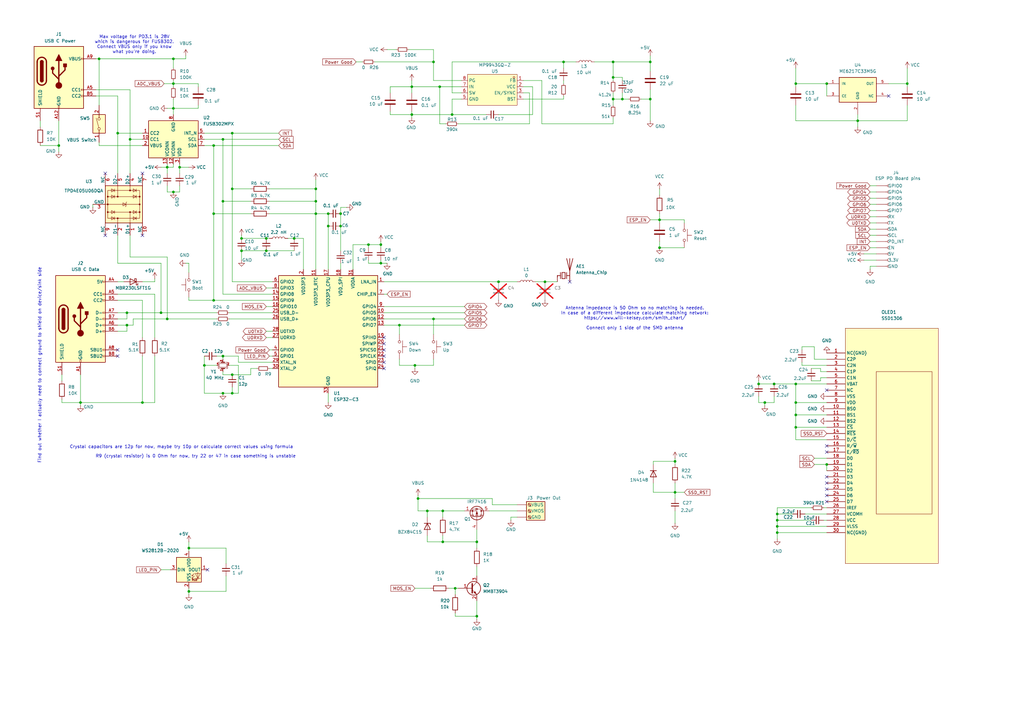
<source format=kicad_sch>
(kicad_sch (version 20231120) (generator "eeschema") (generator_version "8.0")
  (paper "A3")
  (title_block (title "ESP-PD Sink Board") (date "2024-06-16") (rev "1.0") (company "Okhsunrog"))
  (junction (at 52.07 133.35))
  (junction (at 77.47 224.79))
  (junction (at 186.69 241.3))
  (junction (at 318.77 210.82))
  (junction (at 129.54 87.63))
  (junction (at 109.22 97.79))
  (junction (at 68.58 68.58))
  (junction (at 109.22 102.87))
  (junction (at 95.25 161.29))
  (junction (at 326.39 175.26))
  (junction (at 266.7 40.64))
  (junction (at 276.86 189.23))
  (junction (at 223.52 115.57))
  (junction (at 180.34 35.56))
  (junction (at 326.39 165.1))
  (junction (at 251.46 40.64))
  (junction (at 66.04 128.27))
  (junction (at 156.21 107.95))
  (junction (at 171.45 204.47))
  (junction (at 276.86 201.93))
  (junction (at 151.13 100.33))
  (junction (at 52.07 128.27))
  (junction (at 255.27 40.64))
  (junction (at 48.26 54.61))
  (junction (at 313.69 165.1))
  (junction (at 129.54 77.47))
  (junction (at 91.44 57.15))
  (junction (at 77.47 242.57))
  (junction (at 129.54 82.55))
  (junction (at 317.5 157.48))
  (junction (at 99.06 97.79))
  (junction (at 266.7 25.4))
  (junction (at 177.8 130.81))
  (junction (at 175.26 209.55))
  (junction (at 68.58 130.81))
  (junction (at 139.7 92.71))
  (junction (at 71.12 34.29))
  (junction (at 339.09 190.5))
  (junction (at 185.42 46.99))
  (junction (at 168.91 35.56))
  (junction (at 163.83 133.35))
  (junction (at 339.09 34.29))
  (junction (at 372.11 34.29))
  (junction (at 83.82 149.86))
  (junction (at 139.7 87.63))
  (junction (at 326.39 170.18))
  (junction (at 71.12 24.13))
  (junction (at 95.25 77.47))
  (junction (at 33.02 165.1))
  (junction (at 168.91 46.99))
  (junction (at 91.44 82.55))
  (junction (at 326.39 34.29))
  (junction (at 91.44 146.05))
  (junction (at 231.14 25.4))
  (junction (at 326.39 157.48))
  (junction (at 251.46 25.4))
  (junction (at 318.77 213.36))
  (junction (at 87.63 59.69))
  (junction (at 134.62 87.63))
  (junction (at 181.61 209.55))
  (junction (at 270.51 90.17))
  (junction (at 251.46 31.75))
  (junction (at 120.65 97.79))
  (junction (at 311.15 157.48))
  (junction (at 95.25 54.61))
  (junction (at 177.8 25.4))
  (junction (at 156.21 100.33))
  (junction (at 73.66 68.58))
  (junction (at 181.61 222.25))
  (junction (at 195.58 252.73))
  (junction (at 204.47 115.57))
  (junction (at 318.77 215.9))
  (junction (at 58.42 165.1))
  (junction (at 318.77 218.44))
  (junction (at 270.51 101.6))
  (junction (at 40.64 24.13))
  (junction (at 71.12 44.45))
  (junction (at 53.34 57.15))
  (junction (at 170.18 149.86))
  (junction (at 195.58 222.25))
  (junction (at 351.79 49.53))
  (junction (at 99.06 102.87))
  (junction (at 87.63 123.19))
  (junction (at 87.63 87.63))
  (junction (at 71.12 78.74))
  (junction (at 91.44 161.29))
  (junction (at 24.13 59.69))
  (junction (at 134.62 92.71))
  (junction (at 95.25 153.67))
  (no_connect (at 233.68 115.57))
  (no_connect (at 157.48 138.43))
  (no_connect (at 157.48 146.05))
  (no_connect (at 43.18 71.12))
  (no_connect (at 43.18 96.52))
  (no_connect (at 339.09 203.2))
  (no_connect (at 157.48 143.51))
  (no_connect (at 157.48 148.59))
  (no_connect (at 339.09 160.02))
  (no_connect (at 339.09 185.42))
  (no_connect (at 339.09 200.66))
  (no_connect (at 85.09 233.68))
  (no_connect (at 58.42 71.12))
  (no_connect (at 48.26 143.51))
  (no_connect (at 339.09 198.12))
  (no_connect (at 339.09 195.58))
  (no_connect (at 58.42 96.52))
  (no_connect (at 339.09 182.88))
  (no_connect (at 339.09 205.74))
  (no_connect (at 157.48 140.97))
  (no_connect (at 48.26 146.05))
  (no_connect (at 364.49 39.37))
  (no_connect (at 157.48 151.13))
  (wire (pts (xy 110.49 143.51) (xy 111.76 143.51)))
  (wire (pts (xy 276.86 201.93) (xy 276.86 204.47)))
  (wire (pts (xy 326.39 34.29) (xy 326.39 35.56)))
  (wire (pts (xy 339.09 190.5) (xy 339.09 193.04)))
  (wire (pts (xy 48.26 115.57) (xy 50.8 115.57)))
  (wire (pts (xy 356.87 81.28) (xy 359.41 81.28)))
  (wire (pts (xy 160.02 46.99) (xy 160.02 45.72)))
  (wire (pts (xy 68.58 76.2) (xy 68.58 78.74)))
  (wire (pts (xy 129.54 87.63) (xy 129.54 110.49)))
  (wire (pts (xy 270.51 77.47) (xy 270.51 80.01)))
  (wire (pts (xy 318.77 218.44) (xy 318.77 220.98)))
  (wire (pts (xy 326.39 49.53) (xy 351.79 49.53)))
  (wire (pts (xy 144.78 110.49) (xy 144.78 100.33)))
  (wire (pts (xy 195.58 254) (xy 195.58 252.73)))
  (wire (pts (xy 134.62 161.29) (xy 134.62 165.1)))
  (wire (pts (xy 91.44 82.55) (xy 102.87 82.55)))
  (wire (pts (xy 318.77 213.36) (xy 318.77 215.9)))
  (wire (pts (xy 251.46 25.4) (xy 251.46 31.75)))
  (wire (pts (xy 76.2 24.13) (xy 71.12 24.13)))
  (wire (pts (xy 163.83 147.32) (xy 163.83 149.86)))
  (wire (pts (xy 68.58 68.58) (xy 68.58 71.12)))
  (wire (pts (xy 266.7 40.64) (xy 266.7 49.53)))
  (wire (pts (xy 40.64 24.13) (xy 71.12 24.13)))
  (wire (pts (xy 318.77 208.28) (xy 318.77 210.82)))
  (wire (pts (xy 175.26 209.55) (xy 171.45 209.55)))
  (wire (pts (xy 71.12 34.29) (xy 71.12 35.56)))
  (wire (pts (xy 95.25 161.29) (xy 91.44 161.29)))
  (wire (pts (xy 48.26 135.89) (xy 52.07 135.89)))
  (wire (pts (xy 177.8 147.32) (xy 177.8 149.86)))
  (wire (pts (xy 67.31 34.29) (xy 71.12 34.29)))
  (wire (pts (xy 129.54 87.63) (xy 134.62 87.63)))
  (wire (pts (xy 356.87 93.98) (xy 359.41 93.98)))
  (wire (pts (xy 168.91 48.26) (xy 168.91 46.99)))
  (wire (pts (xy 73.66 68.58) (xy 73.66 71.12)))
  (wire (pts (xy 180.34 50.8) (xy 180.34 35.56)))
  (wire (pts (xy 71.12 44.45) (xy 68.58 44.45)))
  (wire (pts (xy 326.39 165.1) (xy 326.39 170.18)))
  (wire (pts (xy 251.46 38.1) (xy 251.46 40.64)))
  (wire (pts (xy 83.82 146.05) (xy 83.82 149.86)))
  (wire (pts (xy 134.62 92.71) (xy 134.62 110.49)))
  (wire (pts (xy 276.86 209.55) (xy 276.86 214.63)))
  (wire (pts (xy 87.63 59.69) (xy 83.82 59.69)))
  (wire (pts (xy 25.4 163.83) (xy 25.4 165.1)))
  (wire (pts (xy 181.61 209.55) (xy 175.26 209.55)))
  (wire (pts (xy 326.39 175.26) (xy 326.39 180.34)))
  (wire (pts (xy 91.44 152.4) (xy 91.44 153.67)))
  (wire (pts (xy 53.34 105.41) (xy 68.58 105.41)))
  (wire (pts (xy 326.39 27.94) (xy 326.39 34.29)))
  (wire (pts (xy 201.93 207.01) (xy 212.09 207.01)))
  (wire (pts (xy 77.47 224.79) (xy 77.47 226.06)))
  (wire (pts (xy 317.5 162.56) (xy 317.5 165.1)))
  (wire (pts (xy 73.66 68.58) (xy 77.47 68.58)))
  (wire (pts (xy 109.22 135.89) (xy 111.76 135.89)))
  (wire (pts (xy 97.79 149.86) (xy 97.79 161.29)))
  (wire (pts (xy 356.87 101.6) (xy 359.41 101.6)))
  (wire (pts (xy 95.25 115.57) (xy 95.25 77.47)))
  (wire (pts (xy 110.49 151.13) (xy 111.76 151.13)))
  (wire (pts (xy 53.34 36.83) (xy 53.34 57.15)))
  (wire (pts (xy 356.87 96.52) (xy 359.41 96.52)))
  (wire (pts (xy 255.27 40.64) (xy 257.81 40.64)))
  (wire (pts (xy 177.8 130.81) (xy 177.8 137.16)))
  (wire (pts (xy 110.49 77.47) (xy 129.54 77.47)))
  (wire (pts (xy 63.5 146.05) (xy 63.5 165.1)))
  (wire (pts (xy 97.79 161.29) (xy 95.25 161.29)))
  (wire (pts (xy 318.77 215.9) (xy 339.09 215.9)))
  (wire (pts (xy 195.58 222.25) (xy 195.58 224.79)))
  (wire (pts (xy 318.77 218.44) (xy 339.09 218.44)))
  (wire (pts (xy 231.14 34.29) (xy 231.14 33.02)))
  (wire (pts (xy 87.63 87.63) (xy 102.87 87.63)))
  (wire (pts (xy 181.61 219.71) (xy 181.61 222.25)))
  (wire (pts (xy 54.61 130.81) (xy 68.58 130.81)))
  (wire (pts (xy 177.8 25.4) (xy 177.8 33.02)))
  (wire (pts (xy 63.5 115.57) (xy 58.42 115.57)))
  (wire (pts (xy 95.25 158.75) (xy 95.25 161.29)))
  (wire (pts (xy 157.48 120.65) (xy 158.75 120.65)))
  (wire (pts (xy 68.58 130.81) (xy 88.9 130.81)))
  (wire (pts (xy 195.58 232.41) (xy 195.58 236.22)))
  (wire (pts (xy 255.27 33.02) (xy 255.27 31.75)))
  (wire (pts (xy 99.06 97.79) (xy 109.22 97.79)))
  (wire (pts (xy 95.25 77.47) (xy 95.25 54.61)))
  (wire (pts (xy 328.93 142.24) (xy 334.01 142.24)))
  (wire (pts (xy 71.12 44.45) (xy 71.12 46.99)))
  (wire (pts (xy 39.37 36.83) (xy 53.34 36.83)))
  (wire (pts (xy 87.63 87.63) (xy 87.63 59.69)))
  (wire (pts (xy 168.91 35.56) (xy 160.02 35.56)))
  (wire (pts (xy 189.23 38.1) (xy 185.42 38.1)))
  (wire (pts (xy 231.14 39.37) (xy 231.14 40.64)))
  (wire (pts (xy 93.98 128.27) (xy 111.76 128.27)))
  (wire (pts (xy 93.98 130.81) (xy 111.76 130.81)))
  (wire (pts (xy 267.97 190.5) (xy 267.97 189.23)))
  (wire (pts (xy 33.02 166.37) (xy 33.02 165.1)))
  (wire (pts (xy 313.69 165.1) (xy 317.5 165.1)))
  (wire (pts (xy 356.87 78.74) (xy 359.41 78.74)))
  (wire (pts (xy 39.37 39.37) (xy 48.26 39.37)))
  (wire (pts (xy 266.7 22.86) (xy 266.7 25.4)))
  (wire (pts (xy 276.86 198.12) (xy 276.86 201.93)))
  (wire (pts (xy 142.24 85.09) (xy 139.7 85.09)))
  (wire (pts (xy 270.51 90.17) (xy 270.51 91.44)))
  (wire (pts (xy 52.07 135.89) (xy 52.07 133.35)))
  (wire (pts (xy 48.26 128.27) (xy 52.07 128.27)))
  (wire (pts (xy 337.82 213.36) (xy 339.09 213.36)))
  (wire (pts (xy 95.25 153.67) (xy 102.87 153.67)))
  (wire (pts (xy 25.4 153.67) (xy 25.4 156.21)))
  (wire (pts (xy 99.06 102.87) (xy 99.06 106.68)))
  (wire (pts (xy 87.63 59.69) (xy 114.3 59.69)))
  (wire (pts (xy 77.47 242.57) (xy 77.47 243.84)))
  (wire (pts (xy 356.87 109.22) (xy 356.87 110.49)))
  (wire (pts (xy 83.82 149.86) (xy 83.82 161.29)))
  (wire (pts (xy 92.71 231.14) (xy 92.71 224.79)))
  (wire (pts (xy 177.8 33.02) (xy 189.23 33.02)))
  (wire (pts (xy 189.23 40.64) (xy 185.42 40.64)))
  (wire (pts (xy 190.5 125.73) (xy 157.48 125.73)))
  (wire (pts (xy 73.66 76.2) (xy 73.66 78.74)))
  (wire (pts (xy 91.44 57.15) (xy 114.3 57.15)))
  (wire (pts (xy 280.67 91.44) (xy 280.67 90.17)))
  (wire (pts (xy 186.69 251.46) (xy 186.69 252.73)))
  (wire (pts (xy 16.51 59.69) (xy 24.13 59.69)))
  (wire (pts (xy 185.42 40.64) (xy 185.42 46.99)))
  (wire (pts (xy 204.47 115.57) (xy 212.09 115.57)))
  (wire (pts (xy 24.13 49.53) (xy 24.13 59.69)))
  (wire (pts (xy 334.01 187.96) (xy 339.09 187.96)))
  (wire (pts (xy 339.09 152.4) (xy 336.55 152.4)))
  (wire (pts (xy 326.39 165.1) (xy 339.09 165.1)))
  (wire (pts (xy 102.87 153.67) (xy 102.87 151.13)))
  (wire (pts (xy 124.46 110.49) (xy 124.46 97.79)))
  (wire (pts (xy 53.34 96.52) (xy 53.34 105.41)))
  (wire (pts (xy 156.21 100.33) (xy 156.21 101.6)))
  (wire (pts (xy 81.28 43.18) (xy 81.28 44.45)))
  (wire (pts (xy 168.91 46.99) (xy 160.02 46.99)))
  (wire (pts (xy 267.97 201.93) (xy 276.86 201.93)))
  (wire (pts (xy 129.54 77.47) (xy 129.54 82.55)))
  (wire (pts (xy 356.87 86.36) (xy 359.41 86.36)))
  (wire (pts (xy 83.82 149.86) (xy 88.9 149.86)))
  (wire (pts (xy 48.26 130.81) (xy 52.07 130.81)))
  (wire (pts (xy 92.71 224.79) (xy 77.47 224.79)))
  (wire (pts (xy 326.39 170.18) (xy 339.09 170.18)))
  (wire (pts (xy 255.27 31.75) (xy 251.46 31.75)))
  (wire (pts (xy 109.22 138.43) (xy 111.76 138.43)))
  (wire (pts (xy 151.13 107.95) (xy 156.21 107.95)))
  (wire (pts (xy 223.52 115.57) (xy 228.6 115.57)))
  (wire (pts (xy 151.13 100.33) (xy 151.13 101.6)))
  (wire (pts (xy 58.42 138.43) (xy 58.42 123.19)))
  (wire (pts (xy 58.42 123.19) (xy 48.26 123.19)))
  (wire (pts (xy 168.91 33.02) (xy 168.91 35.56)))
  (wire (pts (xy 318.77 213.36) (xy 332.74 213.36)))
  (wire (pts (xy 326.39 43.18) (xy 326.39 49.53)))
  (wire (pts (xy 190.5 128.27) (xy 157.48 128.27)))
  (wire (pts (xy 334.01 190.5) (xy 339.09 190.5)))
  (wire (pts (xy 218.44 46.99) (xy 218.44 35.56)))
  (wire (pts (xy 317.5 157.48) (xy 326.39 157.48)))
  (wire (pts (xy 332.74 208.28) (xy 318.77 208.28)))
  (wire (pts (xy 111.76 123.19) (xy 87.63 123.19)))
  (wire (pts (xy 266.7 25.4) (xy 266.7 29.21)))
  (wire (pts (xy 177.8 20.32) (xy 177.8 25.4)))
  (wire (pts (xy 134.62 92.71) (xy 134.62 87.63)))
  (wire (pts (xy 144.78 100.33) (xy 151.13 100.33)))
  (wire (pts (xy 40.64 58.42) (xy 40.64 59.69)))
  (wire (pts (xy 63.5 165.1) (xy 58.42 165.1)))
  (wire (pts (xy 270.51 99.06) (xy 270.51 101.6)))
  (wire (pts (xy 25.4 165.1) (xy 33.02 165.1)))
  (wire (pts (xy 222.25 50.8) (xy 251.46 50.8)))
  (wire (pts (xy 372.11 43.18) (xy 372.11 49.53)))
  (wire (pts (xy 156.21 107.95) (xy 156.21 106.68)))
  (wire (pts (xy 231.14 25.4) (xy 231.14 27.94)))
  (wire (pts (xy 77.47 241.3) (xy 77.47 242.57)))
  (wire (pts (xy 326.39 175.26) (xy 339.09 175.26)))
  (wire (pts (xy 156.21 99.06) (xy 156.21 100.33)))
  (wire (pts (xy 68.58 67.31) (xy 68.58 68.58)))
  (wire (pts (xy 95.25 77.47) (xy 102.87 77.47)))
  (wire (pts (xy 54.61 133.35) (xy 52.07 133.35)))
  (wire (pts (xy 77.47 121.92) (xy 77.47 123.19)))
  (wire (pts (xy 109.22 102.87) (xy 120.65 102.87)))
  (wire (pts (xy 97.79 148.59) (xy 97.79 146.05)))
  (wire (pts (xy 195.58 246.38) (xy 195.58 252.73)))
  (wire (pts (xy 270.51 101.6) (xy 280.67 101.6)))
  (wire (pts (xy 214.63 33.02) (xy 222.25 33.02)))
  (wire (pts (xy 48.26 54.61) (xy 48.26 71.12)))
  (wire (pts (xy 102.87 151.13) (xy 105.41 151.13)))
  (wire (pts (xy 109.22 125.73) (xy 111.76 125.73)))
  (wire (pts (xy 91.44 153.67) (xy 95.25 153.67)))
  (wire (pts (xy 156.21 107.95) (xy 158.75 107.95)))
  (wire (pts (xy 109.22 118.11) (xy 111.76 118.11)))
  (wire (pts (xy 139.7 92.71) (xy 139.7 102.87)))
  (wire (pts (xy 16.51 52.07) (xy 16.51 49.53)))
  (wire (pts (xy 77.47 107.95) (xy 77.47 111.76)))
  (wire (pts (xy 171.45 204.47) (xy 171.45 203.2)))
  (wire (pts (xy 214.63 38.1) (xy 217.17 38.1)))
  (wire (pts (xy 52.07 133.35) (xy 48.26 133.35)))
  (wire (pts (xy 66.04 107.95) (xy 66.04 128.27)))
  (wire (pts (xy 351.79 49.53) (xy 351.79 52.07)))
  (wire (pts (xy 95.25 54.61) (xy 83.82 54.61)))
  (wire (pts (xy 311.15 157.48) (xy 317.5 157.48)))
  (wire (pts (xy 68.58 78.74) (xy 71.12 78.74)))
  (wire (pts (xy 83.82 161.29) (xy 91.44 161.29)))
  (wire (pts (xy 181.61 222.25) (xy 175.26 222.25)))
  (wire (pts (xy 270.51 87.63) (xy 270.51 90.17)))
  (wire (pts (xy 170.18 149.86) (xy 170.18 151.13)))
  (wire (pts (xy 372.11 27.94) (xy 372.11 34.29)))
  (wire (pts (xy 212.09 212.09) (xy 209.55 212.09)))
  (wire (pts (xy 171.45 209.55) (xy 171.45 204.47)))
  (wire (pts (xy 52.07 130.81) (xy 52.07 128.27)))
  (wire (pts (xy 151.13 100.33) (xy 156.21 100.33)))
  (wire (pts (xy 39.37 24.13) (xy 40.64 24.13)))
  (wire (pts (xy 330.2 210.82) (xy 339.09 210.82)))
  (wire (pts (xy 177.8 130.81) (xy 157.48 130.81)))
  (wire (pts (xy 52.07 128.27) (xy 66.04 128.27)))
  (wire (pts (xy 111.76 115.57) (xy 95.25 115.57)))
  (wire (pts (xy 185.42 38.1) (xy 185.42 25.4)))
  (wire (pts (xy 201.93 204.47) (xy 171.45 204.47)))
  (wire (pts (xy 251.46 50.8) (xy 251.46 48.26)))
  (wire (pts (xy 336.55 151.13) (xy 332.74 151.13)))
  (wire (pts (xy 153.67 25.4) (xy 177.8 25.4)))
  (wire (pts (xy 71.12 68.58) (xy 68.58 68.58)))
  (wire (pts (xy 185.42 25.4) (xy 231.14 25.4)))
  (wire (pts (xy 91.44 120.65) (xy 111.76 120.65)))
  (wire (pts (xy 266.7 36.83) (xy 266.7 40.64)))
  (wire (pts (xy 280.67 90.17) (xy 270.51 90.17)))
  (wire (pts (xy 99.06 96.52) (xy 99.06 97.79)))
  (wire (pts (xy 356.87 88.9) (xy 359.41 88.9)))
  (wire (pts (xy 71.12 33.02) (xy 71.12 34.29)))
  (wire (pts (xy 175.26 222.25) (xy 175.26 219.71)))
  (wire (pts (xy 190.5 130.81) (xy 177.8 130.81)))
  (wire (pts (xy 120.65 97.79) (xy 124.46 97.79)))
  (wire (pts (xy 180.34 35.56) (xy 168.91 35.56)))
  (wire (pts (xy 92.71 236.22) (xy 92.71 242.57)))
  (wire (pts (xy 160.02 35.56) (xy 160.02 38.1)))
  (wire (pts (xy 33.02 165.1) (xy 58.42 165.1)))
  (wire (pts (xy 204.47 46.99) (xy 218.44 46.99)))
  (wire (pts (xy 93.98 149.86) (xy 97.79 149.86)))
  (wire (pts (xy 81.28 35.56) (xy 81.28 34.29)))
  (wire (pts (xy 110.49 87.63) (xy 129.54 87.63)))
  (wire (pts (xy 163.83 149.86) (xy 170.18 149.86)))
  (wire (pts (xy 167.64 20.32) (xy 177.8 20.32)))
  (wire (pts (xy 73.66 67.31) (xy 73.66 68.58)))
  (wire (pts (xy 326.39 157.48) (xy 326.39 165.1)))
  (wire (pts (xy 336.55 156.21) (xy 332.74 156.21)))
  (wire (pts (xy 110.49 146.05) (xy 111.76 146.05)))
  (wire (pts (xy 53.34 57.15) (xy 58.42 57.15)))
  (wire (pts (xy 177.8 149.86) (xy 170.18 149.86)))
  (wire (pts (xy 168.91 45.72) (xy 168.91 46.99)))
  (wire (pts (xy 326.39 180.34) (xy 339.09 180.34)))
  (wire (pts (xy 190.5 133.35) (xy 163.83 133.35)))
  (wire (pts (xy 63.5 120.65) (xy 63.5 138.43)))
  (wire (pts (xy 251.46 25.4) (xy 266.7 25.4)))
  (wire (pts (xy 99.06 102.87) (xy 109.22 102.87)))
  (wire (pts (xy 231.14 25.4) (xy 236.22 25.4)))
  (wire (pts (xy 326.39 34.29) (xy 339.09 34.29)))
  (wire (pts (xy 251.46 31.75) (xy 251.46 33.02)))
  (wire (pts (xy 276.86 187.96) (xy 276.86 189.23)))
  (wire (pts (xy 251.46 40.64) (xy 251.46 43.18)))
  (wire (pts (xy 190.5 209.55) (xy 181.61 209.55)))
  (wire (pts (xy 184.15 241.3) (xy 186.69 241.3)))
  (wire (pts (xy 218.44 35.56) (xy 214.63 35.56)))
  (wire (pts (xy 66.04 233.68) (xy 69.85 233.68)))
  (wire (pts (xy 77.47 222.25) (xy 77.47 224.79)))
  (wire (pts (xy 58.42 165.1) (xy 58.42 146.05)))
  (wire (pts (xy 313.69 165.1) (xy 313.69 166.37)))
  (wire (pts (xy 189.23 35.56) (xy 180.34 35.56)))
  (wire (pts (xy 38.1 83.82) (xy 38.1 85.09)))
  (wire (pts (xy 48.26 39.37) (xy 48.26 54.61)))
  (wire (pts (xy 40.64 24.13) (xy 40.64 43.18)))
  (wire (pts (xy 77.47 123.19) (xy 87.63 123.19)))
  (wire (pts (xy 118.11 97.79) (xy 120.65 97.79)))
  (wire (pts (xy 109.22 97.79) (xy 110.49 97.79)))
  (wire (pts (xy 354.33 104.14) (xy 359.41 104.14)))
  (wire (pts (xy 276.86 189.23) (xy 276.86 190.5)))
  (wire (pts (xy 66.04 68.58) (xy 68.58 68.58)))
  (wire (pts (xy 243.84 25.4) (xy 251.46 25.4)))
  (wire (pts (xy 91.44 146.05) (xy 97.79 146.05)))
  (wire (pts (xy 163.83 133.35) (xy 157.48 133.35)))
  (wire (pts (xy 267.97 189.23) (xy 276.86 189.23)))
  (wire (pts (xy 311.15 165.1) (xy 313.69 165.1)))
  (wire (pts (xy 88.9 146.05) (xy 91.44 146.05)))
  (wire (pts (xy 354.33 106.68) (xy 359.41 106.68)))
  (wire (pts (xy 222.25 33.02) (xy 222.25 50.8)))
  (wire (pts (xy 195.58 222.25) (xy 181.61 222.25)))
  (wire (pts (xy 209.55 212.09) (xy 209.55 213.36)))
  (wire (pts (xy 129.54 82.55) (xy 129.54 87.63)))
  (wire (pts (xy 372.11 34.29) (xy 372.11 35.56)))
  (wire (pts (xy 318.77 210.82) (xy 318.77 213.36)))
  (wire (pts (xy 185.42 46.99) (xy 199.39 46.99)))
  (wire (pts (xy 139.7 107.95) (xy 139.7 110.49)))
  (wire (pts (xy 186.69 241.3) (xy 186.69 243.84)))
  (wire (pts (xy 217.17 38.1) (xy 217.17 50.8)))
  (wire (pts (xy 262.89 40.64) (xy 266.7 40.64)))
  (wire (pts (xy 311.15 165.1) (xy 311.15 162.56)))
  (wire (pts (xy 186.69 241.3) (xy 187.96 241.3)))
  (wire (pts (xy 91.44 82.55) (xy 91.44 120.65)))
  (wire (pts (xy 251.46 40.64) (xy 255.27 40.64)))
  (wire (pts (xy 92.71 242.57) (xy 77.47 242.57)))
  (wire (pts (xy 231.14 40.64) (xy 214.63 40.64)))
  (wire (pts (xy 170.18 241.3) (xy 176.53 241.3)))
  (wire (pts (xy 63.5 114.3) (xy 63.5 115.57)))
  (wire (pts (xy 351.79 46.99) (xy 351.79 49.53)))
  (wire (pts (xy 91.44 146.05) (xy 91.44 147.32)))
  (wire (pts (xy 110.49 82.55) (xy 129.54 82.55)))
  (wire (pts (xy 83.82 57.15) (xy 91.44 57.15)))
  (wire (pts (xy 318.77 210.82) (xy 325.12 210.82)))
  (wire (pts (xy 33.02 153.67) (xy 33.02 165.1)))
  (wire (pts (xy 217.17 50.8) (xy 187.96 50.8)))
  (wire (pts (xy 146.05 25.4) (xy 148.59 25.4)))
  (wire (pts (xy 81.28 34.29) (xy 71.12 34.29)))
  (wire (pts (xy 276.86 201.93) (xy 280.67 201.93)))
  (wire (pts (xy 139.7 85.09) (xy 139.7 87.63)))
  (wire (pts (xy 255.27 38.1) (xy 255.27 40.64)))
  (wire (pts (xy 311.15 156.21) (xy 311.15 157.48)))
  (wire (pts (xy 359.41 109.22) (xy 356.87 109.22)))
  (wire (pts (xy 186.69 252.73) (xy 195.58 252.73)))
  (wire (pts (xy 87.63 123.19) (xy 87.63 87.63)))
  (wire (pts (xy 336.55 152.4) (xy 336.55 151.13)))
  (wire (pts (xy 334.01 147.32) (xy 339.09 147.32)))
  (wire (pts (xy 219.71 115.57) (xy 223.52 115.57)))
  (wire (pts (xy 356.87 99.06) (xy 359.41 99.06)))
  (wire (pts (xy 157.48 115.57) (xy 204.47 115.57)))
  (wire (pts (xy 337.82 208.28) (xy 339.09 208.28)))
  (wire (pts (xy 76.2 107.95) (xy 77.47 107.95)))
  (wire (pts (xy 356.87 76.2) (xy 359.41 76.2)))
  (wire (pts (xy 318.77 215.9) (xy 318.77 218.44)))
  (wire (pts (xy 151.13 107.95) (xy 151.13 106.68)))
  (wire (pts (xy 201.93 207.01) (xy 201.93 204.47)))
  (wire (pts (xy 339.09 149.86) (xy 328.93 149.86)))
  (wire (pts (xy 334.01 142.24) (xy 334.01 147.32)))
  (wire (pts (xy 139.7 87.63) (xy 139.7 92.71)))
  (wire (pts (xy 76.2 22.86) (xy 76.2 24.13)))
  (wire (pts (xy 339.09 154.94) (xy 336.55 154.94)))
  (wire (pts (xy 168.91 46.99) (xy 185.42 46.99)))
  (wire (pts (xy 326.39 157.48) (xy 339.09 157.48)))
  (wire (pts (xy 129.54 73.66) (xy 129.54 77.47)))
  (wire (pts (xy 48.26 107.95) (xy 66.04 107.95)))
  (wire (pts (xy 66.04 128.27) (xy 88.9 128.27)))
  (wire (pts (xy 328.93 143.51) (xy 328.93 142.24)))
  (wire (pts (xy 97.79 148.59) (xy 111.76 148.59)))
  (wire (pts (xy 71.12 67.31) (xy 71.12 68.58)))
  (wire (pts (xy 68.58 105.41) (xy 68.58 130.81)))
  (wire (pts (xy 372.11 49.53) (xy 351.79 49.53)))
  (wire (pts (xy 158.75 20.32) (xy 162.56 20.32)))
  (wire (pts (xy 71.12 24.13) (xy 71.12 27.94)))
  (wire (pts (xy 168.91 35.56) (xy 168.91 38.1)))
  (wire (pts (xy 356.87 91.44) (xy 359.41 91.44)))
  (wire (pts (xy 326.39 175.26) (xy 326.39 170.18)))
  (wire (pts (xy 182.88 50.8) (xy 180.34 50.8)))
  (wire (pts (xy 266.7 90.17) (xy 270.51 90.17)))
  (wire (pts (xy 163.83 133.35) (xy 163.83 137.16)))
  (wire (pts (xy 71.12 40.64) (xy 71.12 44.45)))
  (wire (pts (xy 48.26 96.52) (xy 48.26 107.95)))
  (wire (pts (xy 81.28 44.45) (xy 71.12 44.45)))
  (wire (pts (xy 328.93 149.86) (xy 328.93 148.59)))
  (wire (pts (xy 40.64 59.69) (xy 58.42 59.69)))
  (wire (pts (xy 336.55 154.94) (xy 336.55 156.21)))
  (wire (pts (xy 73.66 78.74) (xy 71.12 78.74)))
  (wire (pts (xy 54.61 130.81) (xy 54.61 133.35)))
  (wire (pts (xy 200.66 209.55) (xy 212.09 209.55)))
  (wire (pts (xy 356.87 83.82) (xy 359.41 83.82)))
  (wire (pts (xy 195.58 217.17) (xy 195.58 222.25)))
  (wire (pts (xy 95.25 54.61) (xy 114.3 54.61)))
  (wire (pts (xy 364.49 34.29) (xy 372.11 34.29)))
  (wire (pts (xy 24.13 59.69) (xy 24.13 62.23)))
  (wire (pts (xy 181.61 209.55) (xy 181.61 212.09)))
  (wire (pts (xy 48.26 120.65) (xy 63.5 120.65)))
  (wire (pts (xy 91.44 57.15) (xy 91.44 82.55)))
  (wire (pts (xy 339.09 34.29) (xy 339.09 39.37)))
  (wire (pts (xy 175.26 209.55) (xy 175.26 212.09)))
  (wire (pts (xy 267.97 198.12) (xy 267.97 201.93)))
  (wire (pts (xy 48.26 54.61) (xy 58.42 54.61)))
  (wire (pts (xy 53.34 57.15) (xy 53.34 71.12)))
  (text "Find out whether I actually need to connect ground to shield on device/sink side" (at 16.256 149.86 90) (effects (font (size 1.27 1.27))))
  (text "Crystal capacitors are 12p for now, maybe try 10p or calculate correct values using formula" (at 74.422 183.388 0) (effects (font (size 1.27 1.27))))
  (text "R9 (crystal resistor) is 0 Ohm for now, try 22 or 47 in case something is unstable" (at 80.264 187.198 0) (effects (font (size 1.27 1.27))))
  (text "Max voltage for PD3.1 is 28V\nwhich is dangerous for FUSB302.\nConnect VBUS only if you know\nwhat you're doing." (at 55.118 18.288 0) (effects (font (size 1.27 1.27))))
  (text "Antenna impedance is 50 Ohm so no matching is needed.\nIn case of a different impedance calculate matching network:\nhttps://www.will-kelsey.com/smith_chart/\n\nConnect only 1 side of the SMD antenna" (at 260.35 130.556 0) (effects (font (size 1.27 1.27))))
  (global_label "Power Good" (shape input) (at 146.05 25.4 180) (property "Intersheetrefs" "${INTERSHEET_REFS}" (effects (hide yes))))
  (global_label "U0RXD" (shape bidirectional) (at 109.22 138.43 180) (property "Intersheetrefs" "${INTERSHEET_REFS}" (effects (hide yes))))
  (global_label "GPIO5" (shape bidirectional) (at 356.87 81.28 180) (property "Intersheetrefs" "${INTERSHEET_REFS}" (effects (hide yes))))
  (global_label "GPIO7" (shape bidirectional) (at 190.5 133.35 0) (property "Intersheetrefs" "${INTERSHEET_REFS}" (effects (hide yes))))
  (global_label "SCL" (shape input) (at 356.87 96.52 180) (property "Intersheetrefs" "${INTERSHEET_REFS}" (effects (hide yes))))
  (global_label "SSD_RST" (shape input) (at 339.09 177.8 180) (property "Intersheetrefs" "${INTERSHEET_REFS}" (effects (hide yes))))
  (global_label "SDA" (shape input) (at 114.3 59.69 0) (property "Intersheetrefs" "${INTERSHEET_REFS}" (effects (hide yes))))
  (global_label "GPIO6" (shape bidirectional) (at 356.87 83.82 180) (property "Intersheetrefs" "${INTERSHEET_REFS}" (effects (hide yes))))
  (global_label "ADC_VBUS" (shape input) (at 109.22 118.11 180) (property "Intersheetrefs" "${INTERSHEET_REFS}" (effects (hide yes))))
  (global_label "ESP_EN" (shape input) (at 266.7 90.17 180) (property "Intersheetrefs" "${INTERSHEET_REFS}" (effects (hide yes))))
  (global_label "GPIO6" (shape bidirectional) (at 190.5 130.81 0) (property "Intersheetrefs" "${INTERSHEET_REFS}" (effects (hide yes))))
  (global_label "ESP_EN" (shape input) (at 356.87 101.6 180) (property "Intersheetrefs" "${INTERSHEET_REFS}" (effects (hide yes))))
  (global_label "SDA" (shape input) (at 334.01 190.5 180) (property "Intersheetrefs" "${INTERSHEET_REFS}" (effects (hide yes))))
  (global_label "LED_PIN" (shape input) (at 110.49 146.05 180) (property "Intersheetrefs" "${INTERSHEET_REFS}" (effects (hide yes))))
  (global_label "U0TXD" (shape bidirectional) (at 109.22 135.89 180) (property "Intersheetrefs" "${INTERSHEET_REFS}" (effects (hide yes))))
  (global_label "U0RXD" (shape bidirectional) (at 356.87 88.9 180) (property "Intersheetrefs" "${INTERSHEET_REFS}" (effects (hide yes))))
  (global_label "GPIO7" (shape bidirectional) (at 356.87 86.36 180) (property "Intersheetrefs" "${INTERSHEET_REFS}" (effects (hide yes))))
  (global_label "ADC_VBUS" (shape input) (at 67.31 34.29 180) (property "Intersheetrefs" "${INTERSHEET_REFS}" (effects (hide yes))))
  (global_label "GPIO4" (shape bidirectional) (at 190.5 125.73 0) (property "Intersheetrefs" "${INTERSHEET_REFS}" (effects (hide yes))))
  (global_label "GPIO5" (shape bidirectional) (at 190.5 128.27 0) (property "Intersheetrefs" "${INTERSHEET_REFS}" (effects (hide yes))))
  (global_label "ESP_EN" (shape input) (at 158.75 120.65 0) (property "Intersheetrefs" "${INTERSHEET_REFS}" (effects (hide yes))))
  (global_label "LED_PIN" (shape input) (at 66.04 233.68 180) (property "Intersheetrefs" "${INTERSHEET_REFS}" (effects (hide yes))))
  (global_label "SCL" (shape input) (at 334.01 187.96 180) (property "Intersheetrefs" "${INTERSHEET_REFS}" (effects (hide yes))))
  (global_label "Power Good" (shape input) (at 110.49 143.51 180) (property "Intersheetrefs" "${INTERSHEET_REFS}" (effects (hide yes))))
  (global_label "SDA" (shape input) (at 356.87 93.98 180) (property "Intersheetrefs" "${INTERSHEET_REFS}" (effects (hide yes))))
  (global_label "Power Good" (shape input) (at 356.87 76.2 180) (property "Intersheetrefs" "${INTERSHEET_REFS}" (effects (hide yes))))
  (global_label "SSD_RST" (shape input) (at 280.67 201.93 0) (property "Intersheetrefs" "${INTERSHEET_REFS}" (effects (hide yes))))
  (global_label "INT" (shape input) (at 356.87 99.06 180) (property "Intersheetrefs" "${INTERSHEET_REFS}" (effects (hide yes))))
  (global_label "INT" (shape input) (at 114.3 54.61 0) (property "Intersheetrefs" "${INTERSHEET_REFS}" (effects (hide yes))))
  (global_label "SCL" (shape input) (at 114.3 57.15 0) (property "Intersheetrefs" "${INTERSHEET_REFS}" (effects (hide yes))))
  (global_label "MOS_EN" (shape input) (at 109.22 125.73 180) (property "Intersheetrefs" "${INTERSHEET_REFS}" (effects (hide yes))))
  (global_label "GPIO4" (shape bidirectional) (at 356.87 78.74 180) (property "Intersheetrefs" "${INTERSHEET_REFS}" (effects (hide yes))))
  (global_label "U0TXD" (shape bidirectional) (at 356.87 91.44 180) (property "Intersheetrefs" "${INTERSHEET_REFS}" (effects (hide yes))))
  (global_label "MOS_EN" (shape input) (at 170.18 241.3 180) (property "Intersheetrefs" "${INTERSHEET_REFS}" (effects (hide yes))))
  (symbol (lib_id "Device:C") (at 204.47 119.38 0) (unit 1) (dnp yes)
    (property "Reference" "C4" (at 208.28 118.1099 0) (effects (justify left)))
    (property "Value" "C" (effects (hide yes)))
    (property "Description" "Unpolarized capacitor" (effects (hide yes)))
  )
  (symbol (lib_id "power:GND") (at 134.62 165.1 0) (unit 1)
    (property "Reference" "#PWR04" (effects (hide yes)))
    (property "Value" "GND" (at 134.62 170.18 0))
    (property "Description" "Power symbol creates a global label with name \"GND\" , ground" (effects (hide yes)))
  )
  (symbol (lib_id "Device:C_Small") (at 86.36 146.05 90) (unit 1)
    (property "Reference" "C2" (at 84.074 144.018 90))
    (property "Value" "12p" (at 89.662 144.018 90))
    (property "Description" "Unpolarized capacitor, small symbol" (effects (hide yes)))
  )
  (symbol (lib_id "Switch:SW_DIP_x01") (at 40.64 50.8 90) (unit 1)
    (property "Reference" "SW5" (at 32.766 48.514 90) (effects (justify right)))
    (property "Value" "VBUS Switch" (at 27.432 57.404 90) (effects (justify right)))
    (property "Description" "1x DIP Switch, Single Pole Single Throw (SPST) switch, small symbol" (effects (hide yes)))
  )
  (symbol (lib_id "Device:L") (at 114.3 97.79 90) (unit 1)
    (property "Reference" "L2" (at 114.3 92.71 90))
    (property "Value" "2.2 nH" (at 114.3 95.25 90))
    (property "Description" "Inductor" (effects (hide yes)))
  )
  (symbol (lib_id "Switch:SW_Push") (at 177.8 142.24 270) (unit 1)
    (property "Reference" "SW3" (at 181.61 140.9699 90) (effects (justify left)))
    (property "Value" "Up" (at 181.61 143.5099 90) (effects (justify left)))
    (property "Description" "Push button switch, generic, two pins" (effects (hide yes)))
  )
  (symbol (lib_id "Device:C_Small") (at 99.06 100.33 180) (unit 1)
    (property "Reference" "C10" (at 100.33 99.06 0) (effects (justify right)))
    (property "Value" "10 uF" (at 100.33 101.854 0) (effects (justify right)))
    (property "Description" "Unpolarized capacitor, small symbol" (effects (hide yes)))
  )
  (symbol (lib_id "LED:WS2812B-2020") (at 77.47 233.68 0) (unit 1)
    (property "Reference" "D1" (at 65.786 223.266 0))
    (property "Value" "WS2812B-2020" (at 65.786 225.806 0))
    (property "Footprint" "LED_SMD:LED_WS2812B-2020_PLCC4_2.0x2.0mm" (effects (hide yes)))
    (property "Datasheet" "https://cdn-shop.adafruit.com/product-files/4684/4684_WS2812B-2020_V1.3_EN.pdf" (effects (hide yes)))
    (property "Description" "RGB LED with integrated controller, 2.0 x 2.0 mm, 12 mA" (effects (hide yes)))
  )
  (symbol (lib_id "power:+5V") (at 66.04 68.58 90) (unit 1)
    (property "Reference" "#PWR044" (effects (hide yes)))
    (property "Value" "+5V" (at 61.214 68.58 90))
    (property "Description" "Power symbol creates a global label with name \"+5V\"" (effects (hide yes)))
  )
  (symbol (lib_id "Device:R_Small") (at 91.44 128.27 90) (unit 1)
    (property "Reference" "R24" (at 89.154 125.984 90))
    (property "Value" "0" (at 93.472 125.984 90))
    (property "Description" "Resistor, small symbol" (effects (hide yes)))
  )
  (symbol (lib_id "Device:R") (at 186.69 247.65 0) (unit 1)
    (property "Reference" "R20" (at 180.594 246.38 0) (effects (justify left)))
    (property "Value" "10k" (at 180.594 248.92 0) (effects (justify left)))
    (property "Description" "Resistor" (effects (hide yes)))
  )
  (symbol (lib_id "Device:C_Small") (at 317.5 160.02 180) (unit 1)
    (property "Reference" "C26" (at 323.088 158.75 0) (effects (justify left)))
    (property "Value" "2.2uF" (at 323.85 162.052 0) (effects (justify left)))
    (property "Description" "Unpolarized capacitor, small symbol" (effects (hide yes)))
  )
  (symbol (lib_id "Device:C_Small") (at 120.65 100.33 180) (unit 1)
    (property "Reference" "C12" (at 118.872 96.52 0) (effects (justify right)))
    (property "Value" "1 uF" (at 118.872 104.14 0) (effects (justify right)))
    (property "Description" "Unpolarized capacitor, small symbol" (effects (hide yes)))
  )
  (symbol (lib_id "Device:R_Small") (at 91.44 130.81 270) (unit 1)
    (property "Reference" "R25" (at 89.154 132.842 90))
    (property "Value" "0" (at 93.472 132.842 90))
    (property "Description" "Resistor, small symbol" (effects (hide yes)))
  )
  (symbol (lib_id "power:GND") (at 33.02 166.37 0) (unit 1)
    (property "Reference" "#PWR02" (effects (hide yes)))
    (property "Value" "GND" (at 36.322 166.878 0))
    (property "Description" "Power symbol creates a global label with name \"GND\" , ground" (effects (hide yes)))
  )
  (symbol (lib_id "Power_Protection:TPD4E05U06DQA") (at 50.8 83.82 270) (mirror x) (unit 1)
    (property "Reference" "U3" (at 35.052 74.422 90) (effects (justify left)))
    (property "Value" "TPD4E05U06DQA" (at 26.416 78.232 90) (effects (justify left)))
    (property "Footprint" "Package_SON:USON-10_2.5x1.0mm_P0.5mm" (effects (hide yes)))
    (property "Datasheet" "https://www.ti.com/lit/ds/symlink/tpd4e05u06.pdf" (effects (hide yes)))
    (property "Description" "4-Channel ESD Protection for Super-Speed USB 3.0 Interface, USON-10" (effects (hide yes)))
  )
  (symbol (lib_id "Device:R_Small") (at 71.12 30.48 0) (unit 1)
    (property "Reference" "R10" (at 73.66 29.2099 0) (effects (justify left)))
    (property "Value" "100K" (at 73.66 31.7499 0) (effects (justify left)))
    (property "Description" "Resistor, small symbol" (effects (hide yes)))
  )
  (symbol (lib_id "Device:C_Small") (at 137.16 92.71 90) (unit 1)
    (property "Reference" "C6" (at 140.208 92.456 90) (effects (justify right)))
    (property "Value" "0.1 uF" (at 135.8965 95.25 90) (effects (justify right)))
    (property "Description" "Unpolarized capacitor, small symbol" (effects (hide yes)))
  )
  (symbol (lib_id "pb_board:SSD1306") (at 361.95 182.88 270) (unit 1)
    (property "Reference" "OLED1" (at 361.442 128.016 90) (effects (justify left)))
    (property "Value" "SSD1306" (at 361.442 130.556 90) (effects (justify left)))
    (property "Footprint" "pb_board:SSD1306" (effects (hide yes)))
    (property "Datasheet" "https://lcsc.com/product-detail/OLED-Displays-Modules_QG-2864KLBEG01_C91755.html" (effects (hide yes)))
  )
  (symbol (lib_id "Device:L") (at 240.03 25.4 90) (unit 1)
    (property "Reference" "L3" (at 239.522 27.178 90))
    (property "Value" "10 uH" (at 239.522 29.718 90))
    (property "Description" "Inductor" (effects (hide yes)))
  )
  (symbol (lib_id "Device:L") (at 215.9 115.57 90) (unit 1)
    (property "Reference" "L1" (at 215.9 110.49 90))
    (property "Value" "0" (at 215.9 113.03 90))
    (property "Description" "Inductor" (effects (hide yes)))
  )
  (symbol (lib_id "power:GND") (at 339.09 172.72 270) (unit 1)
    (property "Reference" "#PWR034" (effects (hide yes)))
    (property "Value" "GND" (at 335.28 172.7199 90) (effects (justify right)))
    (property "Description" "Power symbol creates a global label with name \"GND\" , ground" (effects (hide yes)))
  )
  (symbol (lib_id "Diode:1N4148WT") (at 267.97 194.31 270) (unit 1)
    (property "Reference" "D4" (at 261.62 193.802 90) (effects (justify left)))
    (property "Value" "1N4148" (at 258.318 196.85 90) (effects (justify left)))
    (property "Footprint" "Diode_SMD:D_SOD-523" (effects (hide yes)))
    (property "Datasheet" "https://www.diodes.com/assets/Datasheets/ds30396.pdf" (effects (hide yes)))
    (property "Description" "75V 0.15A Fast switching Diode, SOD-523" (effects (hide yes)))
    (property "Sim.Device" "D" (effects (hide yes)))
    (property "Sim.Pins" "1=K 2=A" (effects (hide yes)))
  )
  (symbol (lib_id "Device:R") (at 181.61 215.9 0) (unit 1)
    (property "Reference" "R17" (at 184.15 214.6299 0) (effects (justify left)))
    (property "Value" "4.7K" (at 184.15 217.1699 0) (effects (justify left)))
    (property "Description" "Resistor" (effects (hide yes)))
  )
  (symbol (lib_id "Device:C_Small") (at 95.25 156.21 0) (unit 1)
    (property "Reference" "C1" (at 97.79 154.9462 0) (effects (justify left)))
    (property "Value" "12p" (at 97.79 157.4862 0) (effects (justify left)))
    (property "Description" "Unpolarized capacitor, small symbol" (effects (hide yes)))
  )
  (symbol (lib_id "Device:Antenna_Chip") (at 231.14 113.03 0) (unit 1)
    (property "Reference" "AE1" (at 236.22 109.2199 0) (effects (justify left)))
    (property "Value" "Antenna_Chip" (at 236.22 111.7599 0) (effects (justify left)))
    (property "Description" "Ceramic chip antenna with pin for PCB trace" (effects (hide yes)))
  )
  (symbol (lib_id "Connector:USB_C_Receptacle_PowerOnly_6P") (at 24.13 31.75 0) (unit 1)
    (property "Reference" "J1" (at 24.13 13.97 0))
    (property "Value" "USB C Power" (at 24.638 16.764 0))
    (property "Datasheet" "https://www.usb.org/sites/default/files/documents/usb_type-c.zip" (effects (hide yes)))
    (property "Description" "USB Power-Only 6P Type-C Receptacle connector" (effects (hide yes)))
  )
  (symbol (lib_id "power:VCC") (at 354.33 106.68 90) (unit 1)
    (property "Reference" "#PWR047" (effects (hide yes)))
    (property "Value" "VCC" (at 349.25 106.68 90))
    (property "Description" "Power symbol creates a global label with name \"VCC\"" (effects (hide yes)))
  )
  (symbol (lib_id "power:GND") (at 270.51 101.6 0) (unit 1)
    (property "Reference" "#PWR09" (effects (hide yes)))
    (property "Value" "GND" (at 270.51 106.68 0))
    (property "Description" "Power symbol creates a global label with name \"GND\" , ground" (effects (hide yes)))
  )
  (symbol (lib_id "pb_board:MBR230LSFT1G") (at 54.61 115.57 180) (unit 1)
    (property "Reference" "D3" (at 51.562 113.792 0))
    (property "Value" "MBR230LSFT1G" (at 54.61 118.11 0))
    (property "Footprint" "pb_board:SOD-123F" (effects (hide yes)))
    (property "Description" "Schottky diode" (effects (hide yes)))
  )
  (symbol (lib_id "pb_board:MP9943GQ-Z") (at 201.93 36.83 0) (mirror y) (unit 1)
    (property "Reference" "U5" (at 202.946 29.21 0))
    (property "Value" "MP9943GQ-Z" (at 202.946 26.67 0))
    (property "Footprint" "pb_board:QFN-8_L3.0-W3.0-P0.65-BL" (effects (hide yes)))
    (property "LCSC Part" "C477821" (effects (hide yes)))
  )
  (symbol (lib_id "Switch:SW_Push") (at 77.47 116.84 90) (unit 1)
    (property "Reference" "SW1" (at 78.74 115.5699 90) (effects (justify right)))
    (property "Value" "Boot" (at 78.74 118.1099 90) (effects (justify right)))
    (property "Description" "Push button switch, generic, two pins" (effects (hide yes)))
  )
  (symbol (lib_id "power:GND") (at 223.52 123.19 0) (unit 1)
    (property "Reference" "#PWR06" (effects (hide yes)))
    (property "Value" "GND" (at 219.964 124.968 0))
    (property "Description" "Power symbol creates a global label with name \"GND\" , ground" (effects (hide yes)))
  )
  (symbol (lib_id "Device:C_Small") (at 276.86 207.01 0) (unit 1)
    (property "Reference" "C27" (at 279.908 206.248 0) (effects (justify left)))
    (property "Value" "2.2uF" (at 279.146 209.296 0) (effects (justify left)))
    (property "Description" "Unpolarized capacitor, small symbol" (effects (hide yes)))
  )
  (symbol (lib_id "power:+5V") (at 63.5 114.3 0) (unit 1)
    (property "Reference" "#PWR020" (effects (hide yes)))
    (property "Value" "+5V" (at 61.214 110.998 0))
    (property "Description" "Power symbol creates a global label with name \"+5V\"" (effects (hide yes)))
  )
  (symbol (lib_id "Device:R") (at 58.42 142.24 0) (unit 1)
    (property "Reference" "R1" (at 54.102 141.224 0) (effects (justify left)))
    (property "Value" "5.1K" (at 52.578 143.51 0) (effects (justify left)))
    (property "Description" "Resistor" (effects (hide yes)))
  )
  (symbol (lib_id "power:GND") (at 266.7 49.53 0) (unit 1)
    (property "Reference" "#PWR028" (effects (hide yes)))
    (property "Value" "GND" (at 270.764 51.816 0))
    (property "Description" "Power symbol creates a global label with name \"GND\" , ground" (effects (hide yes)))
  )
  (symbol (lib_id "power:VCC") (at 129.54 73.66 0) (unit 1)
    (property "Reference" "#PWR010" (effects (hide yes)))
    (property "Value" "VCC" (at 132.842 71.882 0))
    (property "Description" "Power symbol creates a global label with name \"VCC\"" (effects (hide yes)))
  )
  (symbol (lib_id "Device:C") (at 81.28 39.37 0) (unit 1)
    (property "Reference" "C28" (at 84.582 36.83 0) (effects (justify left)))
    (property "Value" "0.1 uF" (at 83.82 41.402 0) (effects (justify left)))
    (property "Description" "Unpolarized capacitor" (effects (hide yes)))
  )
  (symbol (lib_id "Device:C_Small") (at 137.16 87.63 270) (unit 1)
    (property "Reference" "C7" (at 143.256 87.63 90) (effects (justify right)))
    (property "Value" "0.1 uF" (at 138.938 84.328 90) (effects (justify right)))
    (property "Description" "Unpolarized capacitor, small symbol" (effects (hide yes)))
  )
  (symbol (lib_id "Connector:Screw_Terminal_01x03") (at 217.17 209.55 0) (unit 1)
    (property "Reference" "J3" (at 216.154 204.216 0) (effects (justify left)))
    (property "Value" "Power Out" (at 219.964 204.216 0) (effects (justify left)))
    (property "Footprint" "TerminalBlock:TerminalBlock_bornier-3_P5.08mm" (effects (hide yes)))
    (property "Description" "Generic screw terminal, single row, 01x03, script generated (kicad-library-utils/schlib/autogen/connector/)" (effects (hide yes)))
  )
  (symbol (lib_id "Device:C_Small") (at 109.22 100.33 180) (unit 1)
    (property "Reference" "C11" (at 106.68 96.52 0) (effects (justify right)))
    (property "Value" "0.1 uF" (at 107.95 104.394 0) (effects (justify right)))
    (property "Description" "Unpolarized capacitor, small symbol" (effects (hide yes)))
  )
  (symbol (lib_id "Device:C_Small") (at 231.14 30.48 180) (unit 1)
    (property "Reference" "C18" (at 228.6 31.7438 0) (effects (justify left)))
    (property "Value" "0.1 uF" (at 228.6 29.2038 0) (effects (justify left)))
    (property "Description" "Unpolarized capacitor, small symbol" (effects (hide yes)))
  )
  (symbol (lib_id "pb_board:IRF7416") (at 195.58 212.09 270) (mirror x) (unit 1)
    (property "Reference" "Q1" (at 191.77 212.852 90))
    (property "Value" "IRF7416" (at 195.58 205.74 90))
    (property "Footprint" "Package_SO:SOP-8_3.76x4.96mm_P1.27mm" (effects (hide yes)))
    (property "Datasheet" "https://static.chipdip.ru/lib/867/DOC025867215.pdf" (effects (hide yes)))
    (property "Description" "P-Channel 30 V 10 A (D-S) MOSFET, SOP-8" (effects (hide yes)))
  )
  (symbol (lib_id "power:GND") (at 68.58 44.45 270) (unit 1)
    (property "Reference" "#PWR017" (effects (hide yes)))
    (property "Value" "GND" (at 63.246 44.45 90))
    (property "Description" "Power symbol creates a global label with name \"GND\" , ground" (effects (hide yes)))
  )
  (symbol (lib_id "Connector:Conn_01x14_Socket") (at 364.49 91.44 0) (unit 1)
    (property "Reference" "J4" (at 366.268 70.866 0) (effects (justify left)))
    (property "Value" "ESP PD Board pins" (at 358.902 73.152 0) (effects (justify left)))
    (property "Footprint" "Connector_PinHeader_2.54mm:PinHeader_1x14_P2.54mm_Vertical" (effects (hide yes)))
    (property "Description" "Generic connector, single row, 01x14, script generated" (effects (hide yes)))
  )
  (symbol (lib_id "power:GND") (at 204.47 123.19 0) (unit 1)
    (property "Reference" "#PWR05" (effects (hide yes)))
    (property "Value" "GND" (at 208.534 125.476 0))
    (property "Description" "Power symbol creates a global label with name \"GND\" , ground" (effects (hide yes)))
  )
  (symbol (lib_id "Device:R") (at 63.5 142.24 0) (unit 1)
    (property "Reference" "R2" (at 66.04 140.9699 0) (effects (justify left)))
    (property "Value" "5.1K" (at 65.278 143.51 0) (effects (justify left)))
    (property "Description" "Resistor" (effects (hide yes)))
  )
  (symbol (lib_id "power:GND") (at 76.2 107.95 270) (unit 1)
    (property "Reference" "#PWR012" (effects (hide yes)))
    (property "Value" "GND" (at 75.692 104.648 90))
    (property "Description" "Power symbol creates a global label with name \"GND\" , ground" (effects (hide yes)))
  )
  (symbol (lib_id "power:VCC") (at 158.75 20.32 90) (unit 1)
    (property "Reference" "#PWR07" (effects (hide yes)))
    (property "Value" "VCC" (at 153.416 20.32 90))
    (property "Description" "Power symbol creates a global label with name \"VCC\"" (effects (hide yes)))
  )
  (symbol (lib_id "Device:C_Small") (at 328.93 146.05 180) (unit 1)
    (property "Reference" "C23" (at 327.66 144.018 0) (effects (justify left)))
    (property "Value" "2.2uF" (at 327.152 147.574 0) (effects (justify left)))
    (property "Description" "Unpolarized capacitor, small symbol" (effects (hide yes)))
  )
  (symbol (lib_id "Device:R_Small") (at 251.46 35.56 180) (unit 1)
    (property "Reference" "R14" (at 246.126 34.036 0) (effects (justify right)))
    (property "Value" "41.2k" (at 245.364 38.862 0) (effects (justify right)))
    (property "Description" "Resistor, small symbol" (effects (hide yes)))
  )
  (symbol (lib_id "Device:R") (at 106.68 77.47 90) (unit 1)
    (property "Reference" "R6" (at 104.14 75.184 90))
    (property "Value" "4.7K" (at 108.712 75.184 90))
    (property "Description" "Resistor" (effects (hide yes)))
  )
  (symbol (lib_id "Device:C_Small") (at 327.66 210.82 270) (unit 1)
    (property "Reference" "C22" (at 321.31 212.09 90) (effects (justify left)))
    (property "Value" "2.2uF" (at 320.802 209.804 90) (effects (justify left)))
    (property "Description" "Unpolarized capacitor, small symbol" (effects (hide yes)))
  )
  (symbol (lib_id "power:GND") (at 24.13 62.23 0) (unit 1)
    (property "Reference" "#PWR01" (effects (hide yes)))
    (property "Value" "GND" (at 20.828 61.976 0))
    (property "Description" "Power symbol creates a global label with name \"GND\" , ground" (effects (hide yes)))
  )
  (symbol (lib_id "Device:C") (at 372.11 39.37 0) (unit 1)
    (property "Reference" "C14" (at 375.92 38.0999 0) (effects (justify left)))
    (property "Value" "10 uF" (at 375.92 40.6399 0) (effects (justify left)))
    (property "Description" "Unpolarized capacitor" (effects (hide yes)))
  )
  (symbol (lib_id "power:VCC") (at 156.21 99.06 0) (unit 1)
    (property "Reference" "#PWR014" (effects (hide yes)))
    (property "Value" "VCC" (at 159.512 97.282 0))
    (property "Description" "Power symbol creates a global label with name \"VCC\"" (effects (hide yes)))
  )
  (symbol (lib_id "power:VCC") (at 99.06 96.52 0) (unit 1)
    (property "Reference" "#PWR015" (effects (hide yes)))
    (property "Value" "VCC" (at 102.362 94.742 0))
    (property "Description" "Power symbol creates a global label with name \"VCC\"" (effects (hide yes)))
  )
  (symbol (lib_id "Device:R") (at 276.86 194.31 0) (unit 1)
    (property "Reference" "R22" (at 279.4 193.0399 0) (effects (justify left)))
    (property "Value" "4.7K" (at 279.4 195.5799 0) (effects (justify left)))
    (property "Description" "Resistor" (effects (hide yes)))
  )
  (symbol (lib_id "power:GND") (at 168.91 48.26 0) (unit 1)
    (property "Reference" "#PWR027" (effects (hide yes)))
    (property "Value" "GND" (at 168.656 52.324 0))
    (property "Description" "Power symbol creates a global label with name \"GND\" , ground" (effects (hide yes)))
  )
  (symbol (lib_id "power:VBUS") (at 168.91 33.02 0) (unit 1)
    (property "Reference" "#PWR025" (effects (hide yes)))
    (property "Value" "VBUS" (at 168.91 27.94 0))
    (property "Description" "Power symbol creates a global label with name \"VBUS\"" (effects (hide yes)))
  )
  (symbol (lib_id "Device:C_Small") (at 311.15 160.02 180) (unit 1)
    (property "Reference" "C25" (at 309.118 158.75 0) (effects (justify left)))
    (property "Value" "2.2uF" (at 309.626 162.052 0) (effects (justify left)))
    (property "Description" "Unpolarized capacitor, small symbol" (effects (hide yes)))
  )
  (symbol (lib_id "Interface_USB:FUSB302BMPX") (at 71.12 57.15 180) (unit 1)
    (property "Reference" "U2" (at 83.312 48.26 0) (effects (justify right)))
    (property "Value" "FUSB302MPX" (at 83.312 50.8 0) (effects (justify right)))
    (property "Footprint" "Package_DFN_QFN:WQFN-14-1EP_2.5x2.5mm_P0.5mm_EP1.45x1.45mm" (effects (hide yes)))
    (property "Datasheet" "http://www.onsemi.com/pub/Collateral/FUSB302B-D.PDF" (effects (hide yes)))
    (property "Description" "Programmable USB Type-C Controller w/PD, I2C address 0x22, WQFN-14" (effects (hide yes)))
  )
  (symbol (lib_id "Device:R") (at 106.68 82.55 90) (unit 1)
    (property "Reference" "R3" (at 104.14 80.264 90))
    (property "Value" "4.7K" (at 108.712 80.264 90))
    (property "Description" "Resistor" (effects (hide yes)))
  )
  (symbol (lib_id "power:GND") (at 71.12 78.74 0) (unit 1)
    (property "Reference" "#PWR042" (effects (hide yes)))
    (property "Value" "GND" (at 72.644 82.804 90))
    (property "Description" "Power symbol creates a global label with name \"GND\" , ground" (effects (hide yes)))
  )
  (symbol (lib_id "Device:R_Small") (at 260.35 40.64 270) (unit 1)
    (property "Reference" "R16" (at 260.35 43.688 90))
    (property "Value" "8.25k" (at 260.35 46.228 90))
    (property "Description" "Resistor, small symbol" (effects (hide yes)))
  )
  (symbol (lib_id "power:GND") (at 91.44 161.29 0) (unit 1)
    (property "Reference" "#PWR03" (effects (hide yes)))
    (property "Value" "GND" (at 91.44 166.37 0))
    (property "Description" "Power symbol creates a global label with name \"GND\" , ground" (effects (hide yes)))
  )
  (symbol (lib_id "Device:C_Small") (at 68.58 73.66 180) (unit 1)
    (property "Reference" "C30" (at 62.23 72.39 0) (effects (justify right)))
    (property "Value" "1 uF" (at 61.976 74.93 0) (effects (justify right)))
    (property "Description" "Unpolarized capacitor, small symbol" (effects (hide yes)))
  )
  (symbol (lib_id "power:GND") (at 318.77 220.98 0) (unit 1)
    (property "Reference" "#PWR032" (effects (hide yes)))
    (property "Value" "GND" (at 318.77 226.06 0))
    (property "Description" "Power symbol creates a global label with name \"GND\" , ground" (effects (hide yes)))
  )
  (symbol (lib_id "power:VBUS") (at 171.45 203.2 0) (unit 1)
    (property "Reference" "#PWR029" (effects (hide yes)))
    (property "Value" "VBUS" (at 171.45 198.12 0))
    (property "Description" "Power symbol creates a global label with name \"VBUS\"" (effects (hide yes)))
  )
  (symbol (lib_id "Device:C_Small") (at 255.27 35.56 180) (unit 1)
    (property "Reference" "C20" (at 259.588 37.338 0) (effects (justify left)))
    (property "Value" "33pF" (at 260.096 33.782 0) (effects (justify left)))
    (property "Description" "Unpolarized capacitor, small symbol" (effects (hide yes)))
  )
  (symbol (lib_id "power:VCC") (at 276.86 187.96 0) (unit 1)
    (property "Reference" "#PWR039" (effects (hide yes)))
    (property "Value" "VCC" (at 280.162 186.69 0))
    (property "Description" "Power symbol creates a global label with name \"VCC\"" (effects (hide yes)))
  )
  (symbol (lib_id "power:GND") (at 99.06 106.68 0) (unit 1)
    (property "Reference" "#PWR016" (effects (hide yes)))
    (property "Value" "GND" (at 101.346 106.68 0))
    (property "Description" "Power symbol creates a global label with name \"GND\" , ground" (effects (hide yes)))
  )
  (symbol (lib_id "power:GND") (at 158.75 107.95 0) (unit 1)
    (property "Reference" "#PWR013" (effects (hide yes)))
    (property "Value" "GND" (at 159.004 112.268 0))
    (property "Description" "Power symbol creates a global label with name \"GND\" , ground" (effects (hide yes)))
  )
  (symbol (lib_id "Device:R") (at 195.58 228.6 0) (unit 1)
    (property "Reference" "R18" (at 198.12 227.3299 0) (effects (justify left)))
    (property "Value" "1K" (at 198.12 229.8699 0) (effects (justify left)))
    (property "Description" "Resistor" (effects (hide yes)))
  )
  (symbol (lib_id "Device:C") (at 270.51 95.25 0) (unit 1)
    (property "Reference" "C5" (at 274.32 93.9799 0) (effects (justify left)))
    (property "Value" "1 uF" (at 274.32 96.5199 0) (effects (justify left)))
    (property "Description" "Unpolarized capacitor" (effects (hide yes)))
  )
  (symbol (lib_id "Device:C") (at 266.7 33.02 0) (unit 1)
    (property "Reference" "C19" (at 270.51 31.7499 0) (effects (justify left)))
    (property "Value" "22 uF" (at 270.51 34.2899 0) (effects (justify left)))
    (property "Description" "Unpolarized capacitor" (effects (hide yes)))
  )
  (symbol (lib_id "Diode:BZX84Cxx") (at 175.26 215.9 270) (unit 1)
    (property "Reference" "D2" (at 168.91 215.138 90) (effects (justify left)))
    (property "Value" "BZX84C15" (at 163.068 218.186 90) (effects (justify left)))
    (property "Footprint" "Package_TO_SOT_SMD:SOT-23" (effects (hide yes)))
    (property "Datasheet" "https://diotec.com/tl_files/diotec/files/pdf/datasheets/bzx84c2v4.pdf" (effects (hide yes)))
    (property "Description" "300mW Zener Diode, SOT-23" (effects (hide yes)))
  )
  (symbol (lib_id "Device:C") (at 168.91 41.91 0) (unit 1)
    (property "Reference" "C16" (at 172.72 40.6399 0) (effects (justify left)))
    (property "Value" "0.1 uF" (at 172.72 43.1799 0) (effects (justify left)))
    (property "Description" "Unpolarized capacitor" (effects (hide yes)))
  )
  (symbol (lib_id "Device:Crystal_GND24_Small") (at 91.44 149.86 90) (unit 1)
    (property "Reference" "Y1" (at 87.63 152.4 90))
    (property "Value" "40 MHz" (at 88.138 154.94 90))
    (property "Description" "Four pin crystal, GND on pins 2 and 4, small symbol" (effects (hide yes)))
  )
  (symbol (lib_id "Device:C_Small") (at 151.13 104.14 180) (unit 1)
    (property "Reference" "C9" (at 147.32 102.616 0) (effects (justify right)))
    (property "Value" "1 uF" (at 146.304 106.172 0) (effects (justify right)))
    (property "Description" "Unpolarized capacitor, small symbol" (effects (hide yes)))
  )
  (symbol (lib_id "power:VCC") (at 77.47 68.58 270) (unit 1)
    (property "Reference" "#PWR043" (effects (hide yes)))
    (property "Value" "VCC" (at 82.55 68.58 90))
    (property "Description" "Power symbol creates a global label with name \"VCC\"" (effects (hide yes)))
  )
  (symbol (lib_id "power:GND") (at 195.58 254 0) (unit 1)
    (property "Reference" "#PWR031" (effects (hide yes)))
    (property "Value" "GND" (at 195.58 257.81 0))
    (property "Description" "Power symbol creates a global label with name \"GND\" , ground" (effects (hide yes)))
  )
  (symbol (lib_id "pb_board:ME6217C33M5G") (at 351.79 36.83 0) (unit 1)
    (property "Reference" "U4" (at 351.79 26.67 0))
    (property "Value" "ME6217C33M5G" (at 351.79 29.21 0))
    (property "Footprint" "pb_board:SOT23-5" (effects (hide yes)))
    (property "Description_1" "\n" (effects (hide yes)))
    (property "M_PART_NUMBER" "ME6217C33M5G" (effects (hide yes)))
  )
  (symbol (lib_id "power:VCC") (at 372.11 27.94 0) (unit 1)
    (property "Reference" "#PWR021" (effects (hide yes)))
    (property "Value" "VCC" (at 375.412 26.67 0))
    (property "Description" "Power symbol creates a global label with name \"VCC\"" (effects (hide yes)))
  )
  (symbol (lib_id "Connector:USB_C_Receptacle_USB2.0_16P") (at 33.02 130.81 0) (unit 1)
    (property "Reference" "J2" (at 33.02 107.95 0))
    (property "Value" "USB C Data" (at 35.052 110.49 0))
    (property "Datasheet" "https://www.usb.org/sites/default/files/documents/usb_type-c.zip" (effects (hide yes)))
    (property "Description" "USB 2.0-only 16P Type-C Receptacle connector" (effects (hide yes)))
  )
  (symbol (lib_id "power:GND") (at 209.55 213.36 0) (unit 1)
    (property "Reference" "#PWR030" (effects (hide yes)))
    (property "Value" "GND" (at 209.55 217.17 0))
    (property "Description" "Power symbol creates a global label with name \"GND\" , ground" (effects (hide yes)))
  )
  (symbol (lib_id "Device:C") (at 326.39 39.37 0) (unit 1)
    (property "Reference" "C13" (at 330.2 38.0999 0) (effects (justify left)))
    (property "Value" "10 uF" (at 330.2 40.6399 0) (effects (justify left)))
    (property "Description" "Unpolarized capacitor" (effects (hide yes)))
  )
  (symbol (lib_id "Device:R_Small") (at 151.13 25.4 270) (unit 1)
    (property "Reference" "R26" (at 153.416 27.686 90))
    (property "Value" "0" (at 149.098 27.686 90))
    (property "Description" "Resistor, small symbol" (effects (hide yes)))
  )
  (symbol (lib_id "MCU_Espressif:ESP32-C3") (at 134.62 135.89 0) (unit 1)
    (property "Reference" "U1" (at 136.8141 161.29 0) (effects (justify left)))
    (property "Value" "ESP32-C3" (at 136.8141 163.83 0) (effects (justify left)))
    (property "Footprint" "Package_DFN_QFN:QFN-32-1EP_5x5mm_P0.5mm_EP3.7x3.7mm" (effects (hide yes)))
    (property "Datasheet" "https://www.espressif.com/sites/default/files/documentation/esp32-c3_datasheet_en.pdf" (effects (hide yes)))
    (property "Description" "RF Module, ESP32 SoC, RISC-V, WiFi 802.11b/n/g, Bluetooth LE 5, QFN32" (effects (hide yes)))
  )
  (symbol (lib_id "power:GND") (at 276.86 214.63 0) (unit 1)
    (property "Reference" "#PWR040" (effects (hide yes)))
    (property "Value" "GND" (at 276.86 219.71 0))
    (property "Description" "Power symbol creates a global label with name \"GND\" , ground" (effects (hide yes)))
  )
  (symbol (lib_id "Device:R") (at 16.51 55.88 0) (unit 1)
    (property "Reference" "R7" (at 19.05 54.6099 0) (effects (justify left)))
    (property "Value" "10K" (at 19.05 57.1499 0) (effects (justify left)))
    (property "Description" "Resistor" (effects (hide yes)))
  )
  (symbol (lib_id "Switch:SW_Push") (at 163.83 142.24 270) (unit 1)
    (property "Reference" "SW4" (at 167.64 140.9699 90) (effects (justify left)))
    (property "Value" "Down" (at 167.64 143.5099 90) (effects (justify left)))
    (property "Description" "Push button switch, generic, two pins" (effects (hide yes)))
  )
  (symbol (lib_id "power:GND") (at 38.1 85.09 0) (unit 1)
    (property "Reference" "#PWR019" (effects (hide yes)))
    (property "Value" "GND" (at 34.798 84.836 0))
    (property "Description" "Power symbol creates a global label with name \"GND\" , ground" (effects (hide yes)))
  )
  (symbol (lib_id "power:GND") (at 170.18 151.13 0) (unit 1)
    (property "Reference" "#PWR045" (effects (hide yes)))
    (property "Value" "GND" (at 170.18 156.21 0))
    (property "Description" "Power symbol creates a global label with name \"GND\" , ground" (effects (hide yes)))
  )
  (symbol (lib_id "Device:R") (at 180.34 241.3 90) (unit 1)
    (property "Reference" "R19" (at 180.34 234.95 90))
    (property "Value" "1k" (at 180.34 237.49 90))
    (property "Description" "Resistor" (effects (hide yes)))
  )
  (symbol (lib_id "Device:C_Small") (at 156.21 104.14 180) (unit 1)
    (property "Reference" "C8" (at 157.734 102.616 0) (effects (justify right)))
    (property "Value" "10 nF" (at 157.48 106.172 0) (effects (justify right)))
    (property "Description" "Unpolarized capacitor, small symbol" (effects (hide yes)))
  )
  (symbol (lib_id "Device:C_Small") (at 92.71 233.68 180) (unit 1)
    (property "Reference" "C31" (at 94.742 232.664 0) (effects (justify right)))
    (property "Value" "1 uF" (at 95.25 234.9435 0) (effects (justify right)))
    (property "Description" "Unpolarized capacitor, small symbol" (effects (hide yes)))
  )
  (symbol (lib_id "power:VCC") (at 270.51 77.47 0) (unit 1)
    (property "Reference" "#PWR08" (effects (hide yes)))
    (property "Value" "VCC" (at 270.51 72.39 0))
    (property "Description" "Power symbol creates a global label with name \"VCC\"" (effects (hide yes)))
  )
  (symbol (lib_id "Device:C_Small") (at 332.74 153.67 180) (unit 1)
    (property "Reference" "C24" (at 331.47 151.638 0) (effects (justify left)))
    (property "Value" "2.2uF" (at 330.962 155.194 0) (effects (justify left)))
    (property "Description" "Unpolarized capacitor, small symbol" (effects (hide yes)))
  )
  (symbol (lib_id "Device:R_Small") (at 231.14 36.83 180) (unit 1)
    (property "Reference" "R12" (at 228.6 38.1001 0) (effects (justify left)))
    (property "Value" "20" (at 228.6 35.5601 0) (effects (justify left)))
    (property "Description" "Resistor, small symbol" (effects (hide yes)))
  )
  (symbol (lib_id "power:GND") (at 77.47 243.84 0) (unit 1)
    (property "Reference" "#PWR018" (effects (hide yes)))
    (property "Value" "GND" (at 77.47 248.92 0))
    (property "Description" "Power symbol creates a global label with name \"GND\" , ground" (effects (hide yes)))
  )
  (symbol (lib_id "Transistor_BJT:MMBT3904") (at 193.04 241.3 0) (unit 1)
    (property "Reference" "Q2" (at 198.12 240.0299 0) (effects (justify left)))
    (property "Value" "MMBT3904" (at 198.12 242.5699 0) (effects (justify left)))
    (property "Footprint" "Package_TO_SOT_SMD:SOT-23" (effects (hide yes)))
    (property "Datasheet" "https://www.onsemi.com/pdf/datasheet/pzt3904-d.pdf" (effects (hide yes)))
    (property "Description" "0.2A Ic, 40V Vce, Small Signal NPN Transistor, SOT-23" (effects (hide yes)))
  )
  (symbol (lib_id "power:GND") (at 339.09 167.64 270) (unit 1)
    (property "Reference" "#PWR035" (effects (hide yes)))
    (property "Value" "GND" (at 335.28 167.6399 90) (effects (justify right)))
    (property "Description" "Power symbol creates a global label with name \"GND\" , ground" (effects (hide yes)))
  )
  (symbol (lib_id "Device:R") (at 106.68 87.63 90) (unit 1)
    (property "Reference" "R4" (at 104.14 85.344 90))
    (property "Value" "4.7K" (at 108.712 85.344 90))
    (property "Description" "Resistor" (effects (hide yes)))
  )
  (symbol (lib_id "power:GND") (at 339.09 162.56 270) (unit 1)
    (property "Reference" "#PWR036" (effects (hide yes)))
    (property "Value" "GND" (at 335.28 162.5599 90) (effects (justify right)))
    (property "Description" "Power symbol creates a global label with name \"GND\" , ground" (effects (hide yes)))
  )
  (symbol (lib_id "Device:R") (at 25.4 160.02 0) (unit 1)
    (property "Reference" "R8" (at 27.94 158.7499 0) (effects (justify left)))
    (property "Value" "10K" (at 27.94 161.2899 0) (effects (justify left)))
    (property "Description" "Resistor" (effects (hide yes)))
  )
  (symbol (lib_id "power:GND") (at 313.69 166.37 0) (unit 1)
    (property "Reference" "#PWR038" (effects (hide yes)))
    (property "Value" "GND" (at 318.262 169.926 0) (effects (justify right)))
    (property "Description" "Power symbol creates a global label with name \"GND\" , ground" (effects (hide yes)))
  )
  (symbol (lib_id "Device:R_Small") (at 165.1 20.32 270) (unit 1)
    (property "Reference" "R23" (at 162.306 22.606 90))
    (property "Value" "100K" (at 168.402 22.606 90))
    (property "Description" "Resistor, small symbol" (effects (hide yes)))
  )
  (symbol (lib_id "power:+5V") (at 77.47 222.25 0) (unit 1)
    (property "Reference" "#PWR041" (effects (hide yes)))
    (property "Value" "+5V" (at 75.184 218.948 0))
    (property "Description" "Power symbol creates a global label with name \"+5V\"" (effects (hide yes)))
  )
  (symbol (lib_id "Device:C_Small") (at 335.28 213.36 270) (unit 1)
    (property "Reference" "C21" (at 330.454 214.63 90) (effects (justify left)))
    (property "Value" "10uF" (at 329.438 212.344 90) (effects (justify left)))
    (property "Description" "Unpolarized capacitor, small symbol" (effects (hide yes)))
  )
  (symbol (lib_id "power:GND") (at 351.79 52.07 0) (unit 1)
    (property "Reference" "#PWR024" (effects (hide yes)))
    (property "Value" "GND" (at 355.854 54.356 0))
    (property "Description" "Power symbol creates a global label with name \"GND\" , ground" (effects (hide yes)))
  )
  (symbol (lib_id "Device:R_Small") (at 107.95 151.13 270) (unit 1)
    (property "Reference" "R9" (at 109.982 153.416 90))
    (property "Value" "0" (at 106.426 153.416 90))
    (property "Description" "Resistor, small symbol" (effects (hide yes)))
  )
  (symbol (lib_id "Device:C_Small") (at 139.7 105.41 0) (unit 1)
    (property "Reference" "C32" (at 144.526 103.632 0) (effects (justify right)))
    (property "Value" "1 uF" (at 144.526 107.188 0) (effects (justify right)))
    (property "Description" "Unpolarized capacitor, small symbol" (effects (hide yes)))
  )
  (symbol (lib_id "power:+5V") (at 326.39 27.94 0) (unit 1)
    (property "Reference" "#PWR023" (effects (hide yes)))
    (property "Value" "+5V" (at 324.104 24.638 0))
    (property "Description" "Power symbol creates a global label with name \"+5V\"" (effects (hide yes)))
  )
  (symbol (lib_id "Device:R_Small") (at 251.46 45.72 180) (unit 1)
    (property "Reference" "R15" (at 246.634 43.18 0) (effects (justify right)))
    (property "Value" "51k" (at 246.634 47.752 0) (effects (justify right)))
    (property "Description" "Resistor, small symbol" (effects (hide yes)))
  )
  (symbol (lib_id "Device:C") (at 223.52 119.38 0) (unit 1) (dnp yes)
    (property "Reference" "C3" (at 227.33 118.1099 0) (effects (justify left)))
    (property "Value" "C" (effects (hide yes)))
    (property "Description" "Unpolarized capacitor" (effects (hide yes)))
  )
  (symbol (lib_id "power:GND") (at 142.24 85.09 90) (unit 1)
    (property "Reference" "#PWR011" (effects (hide yes)))
    (property "Value" "GND" (at 146.304 83.566 90))
    (property "Description" "Power symbol creates a global label with name \"GND\" , ground" (effects (hide yes)))
  )
  (symbol (lib_id "Device:R_Small") (at 335.28 208.28 90) (unit 1)
    (property "Reference" "R21" (at 336.296 206.248 90))
    (property "Value" "390k" (at 331.724 206.248 90))
    (property "Description" "Resistor, small symbol" (effects (hide yes)))
  )
  (symbol (lib_id "Device:R_Small") (at 71.12 38.1 0) (unit 1)
    (property "Reference" "R11" (at 73.66 36.8299 0) (effects (justify left)))
    (property "Value" "10K" (at 73.66 39.3699 0) (effects (justify left)))
    (property "Description" "Resistor, small symbol" (effects (hide yes)))
  )
  (symbol (lib_id "Device:C_Small") (at 201.93 46.99 90) (unit 1)
    (property "Reference" "C17" (at 204.724 48.768 90))
    (property "Value" "0.1 uF" (at 197.104 48.514 90))
    (property "Description" "Unpolarized capacitor, small symbol" (effects (hide yes)))
  )
  (symbol (lib_id "Device:R") (at 270.51 83.82 0) (unit 1)
    (property "Reference" "R5" (at 273.558 82.042 0) (effects (justify left)))
    (property "Value" "10K" (at 273.05 85.0899 0) (effects (justify left)))
    (property "Description" "Resistor" (effects (hide yes)))
  )
  (symbol (lib_id "Device:C") (at 160.02 41.91 0) (unit 1)
    (property "Reference" "C15" (at 152.146 40.132 0) (effects (justify left)))
    (property "Value" "10 uF" (at 151.384 42.672 0) (effects (justify left)))
    (property "Description" "Unpolarized capacitor" (effects (hide yes)))
  )
  (symbol (lib_id "power:GND") (at 339.09 144.78 180) (unit 1)
    (property "Reference" "#PWR037" (effects (hide yes)))
    (property "Value" "GND" (at 339.09 139.7 0))
    (property "Description" "Power symbol creates a global label with name \"GND\" , ground" (effects (hide yes)))
  )
  (symbol (lib_id "power:GND") (at 356.87 110.49 0) (unit 1)
    (property "Reference" "#PWR046" (effects (hide yes)))
    (property "Value" "GND" (at 356.87 115.57 0))
    (property "Description" "Power symbol creates a global label with name \"GND\" , ground" (effects (hide yes)))
  )
  (symbol (lib_id "power:+5V") (at 266.7 22.86 0) (unit 1)
    (property "Reference" "#PWR026" (effects (hide yes)))
    (property "Value" "+5V" (at 264.414 19.558 0))
    (property "Description" "Power symbol creates a global label with name \"+5V\"" (effects (hide yes)))
  )
  (symbol (lib_id "Device:R_Small") (at 185.42 50.8 90) (unit 1)
    (property "Reference" "R13" (at 185.42 49.022 90))
    (property "Value" "390k" (at 185.42 53.086 90))
    (property "Description" "Resistor, small symbol" (effects (hide yes)))
  )
  (symbol (lib_id "Switch:SW_Push") (at 280.67 96.52 270) (unit 1)
    (property "Reference" "SW2" (at 284.48 95.2499 90) (effects (justify left)))
    (property "Value" "Reset" (at 284.48 97.7899 90) (effects (justify left)))
    (property "Description" "Push button switch, generic, two pins" (effects (hide yes)))
  )
  (symbol (lib_id "Device:C_Small") (at 73.66 73.66 180) (unit 1)
    (property "Reference" "C29" (at 75.692 72.644 0) (effects (justify right)))
    (property "Value" "1 uF" (at 76.2 74.9235 0) (effects (justify right)))
    (property "Description" "Unpolarized capacitor, small symbol" (effects (hide yes)))
  )
  (symbol (lib_id "power:+5V") (at 354.33 104.14 90) (unit 1)
    (property "Reference" "#PWR048" (effects (hide yes)))
    (property "Value" "+5V" (at 349.504 104.14 90))
    (property "Description" "Power symbol creates a global label with name \"+5V\"" (effects (hide yes)))
  )
  (symbol (lib_id "power:VCC") (at 311.15 156.21 0) (unit 1)
    (property "Reference" "#PWR033" (effects (hide yes)))
    (property "Value" "VCC" (at 314.452 154.94 0))
    (property "Description" "Power symbol creates a global label with name \"VCC\"" (effects (hide yes)))
  )
  (symbol (lib_id "power:VBUS") (at 76.2 22.86 0) (unit 1)
    (property "Reference" "#PWR022" (effects (hide yes)))
    (property "Value" "VBUS" (at 76.2 17.78 0))
    (property "Description" "Power symbol creates a global label with name \"VBUS\"" (effects (hide yes)))
  )
)
</source>
